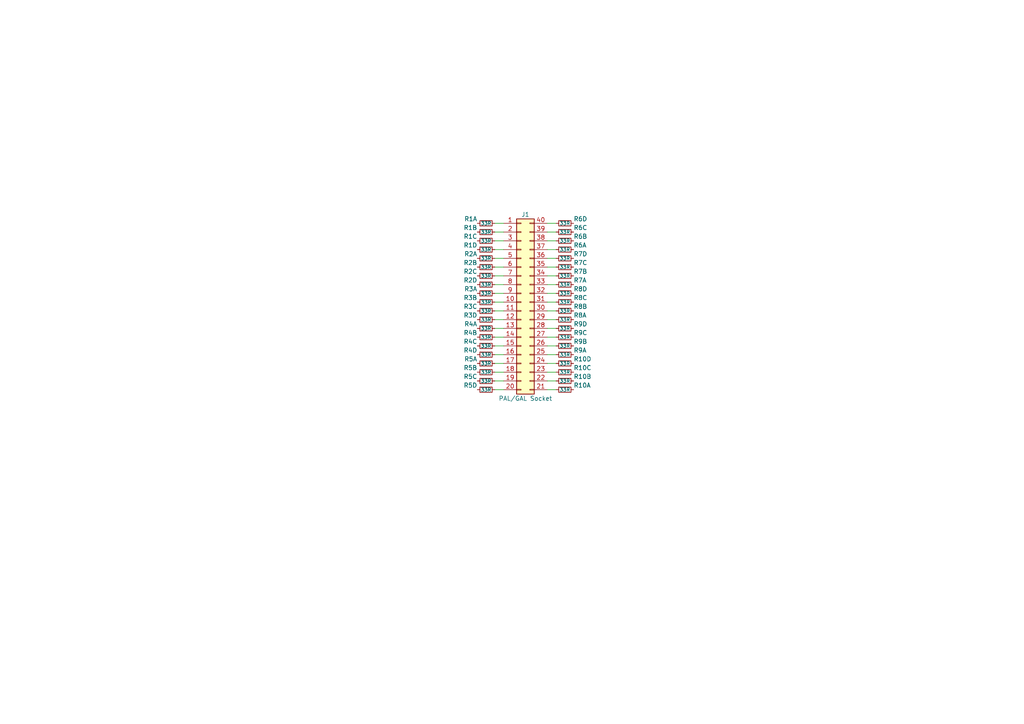
<source format=kicad_sch>
(kicad_sch (version 20211123) (generator eeschema)
  (paper "A4")
  (lib_symbols
    (symbol "Connector_Generic:Conn_02x20_Counter_Clockwise" (pin_names (offset 1.016) hide)
      (property "Reference" "J" (at 1.27 25.4 0))
      (property "Value" "Conn_02x20_Counter_Clockwise" (at 1.27 -27.94 0))
      (symbol "Conn_02x20_Counter_Clockwise_1_1"
        (rectangle (start -1.27 -25.273) (end 0 -25.527) (stroke (width 0.1524)))
        (rectangle (start -1.27 -22.733) (end 0 -22.987) (stroke (width 0.1524)))
        (rectangle (start -1.27 -20.193) (end 0 -20.447) (stroke (width 0.1524)))
        (rectangle (start -1.27 -17.653) (end 0 -17.907) (stroke (width 0.1524)))
        (rectangle (start -1.27 -15.113) (end 0 -15.367) (stroke (width 0.1524)))
        (rectangle (start -1.27 -12.573) (end 0 -12.827) (stroke (width 0.1524)))
        (rectangle (start -1.27 -10.033) (end 0 -10.287) (stroke (width 0.1524)))
        (rectangle (start -1.27 -7.493) (end 0 -7.747) (stroke (width 0.1524)))
        (rectangle (start -1.27 -4.953) (end 0 -5.207) (stroke (width 0.1524)))
        (rectangle (start -1.27 -2.413) (end 0 -2.667) (stroke (width 0.1524)))
        (rectangle (start -1.27 0.127) (end 0 -0.127) (stroke (width 0.1524)))
        (rectangle (start -1.27 2.667) (end 0 2.413) (stroke (width 0.1524)))
        (rectangle (start -1.27 5.207) (end 0 4.953) (stroke (width 0.1524)))
        (rectangle (start -1.27 7.747) (end 0 7.493) (stroke (width 0.1524)))
        (rectangle (start -1.27 10.287) (end 0 10.033) (stroke (width 0.1524)))
        (rectangle (start -1.27 12.827) (end 0 12.573) (stroke (width 0.1524)))
        (rectangle (start -1.27 15.367) (end 0 15.113) (stroke (width 0.1524)))
        (rectangle (start -1.27 17.907) (end 0 17.653) (stroke (width 0.1524)))
        (rectangle (start -1.27 20.447) (end 0 20.193) (stroke (width 0.1524)))
        (rectangle (start -1.27 22.987) (end 0 22.733) (stroke (width 0.1524)))
        (rectangle (start -1.27 24.13) (end 3.81 -26.67) (stroke (width 0.254)) (fill (type background)))
        (rectangle (start 3.81 -25.273) (end 2.54 -25.527) (stroke (width 0.1524)))
        (rectangle (start 3.81 -22.733) (end 2.54 -22.987) (stroke (width 0.1524)))
        (rectangle (start 3.81 -20.193) (end 2.54 -20.447) (stroke (width 0.1524)))
        (rectangle (start 3.81 -17.653) (end 2.54 -17.907) (stroke (width 0.1524)))
        (rectangle (start 3.81 -15.113) (end 2.54 -15.367) (stroke (width 0.1524)))
        (rectangle (start 3.81 -12.573) (end 2.54 -12.827) (stroke (width 0.1524)))
        (rectangle (start 3.81 -10.033) (end 2.54 -10.287) (stroke (width 0.1524)))
        (rectangle (start 3.81 -7.493) (end 2.54 -7.747) (stroke (width 0.1524)))
        (rectangle (start 3.81 -4.953) (end 2.54 -5.207) (stroke (width 0.1524)))
        (rectangle (start 3.81 -2.413) (end 2.54 -2.667) (stroke (width 0.1524)))
        (rectangle (start 3.81 0.127) (end 2.54 -0.127) (stroke (width 0.1524)))
        (rectangle (start 3.81 2.667) (end 2.54 2.413) (stroke (width 0.1524)))
        (rectangle (start 3.81 5.207) (end 2.54 4.953) (stroke (width 0.1524)))
        (rectangle (start 3.81 7.747) (end 2.54 7.493) (stroke (width 0.1524)))
        (rectangle (start 3.81 10.287) (end 2.54 10.033) (stroke (width 0.1524)))
        (rectangle (start 3.81 12.827) (end 2.54 12.573) (stroke (width 0.1524)))
        (rectangle (start 3.81 15.367) (end 2.54 15.113) (stroke (width 0.1524)))
        (rectangle (start 3.81 17.907) (end 2.54 17.653) (stroke (width 0.1524)))
        (rectangle (start 3.81 20.447) (end 2.54 20.193) (stroke (width 0.1524)))
        (rectangle (start 3.81 22.987) (end 2.54 22.733) (stroke (width 0.1524)))
        (pin passive line (at -5.08 22.86 0) (length 3.81) (name "Pin_1") (number "1"))
        (pin passive line (at -5.08 0 0) (length 3.81) (name "Pin_10") (number "10"))
        (pin passive line (at -5.08 -2.54 0) (length 3.81) (name "Pin_11") (number "11"))
        (pin passive line (at -5.08 -5.08 0) (length 3.81) (name "Pin_12") (number "12"))
        (pin passive line (at -5.08 -7.62 0) (length 3.81) (name "Pin_13") (number "13"))
        (pin passive line (at -5.08 -10.16 0) (length 3.81) (name "Pin_14") (number "14"))
        (pin passive line (at -5.08 -12.7 0) (length 3.81) (name "Pin_15") (number "15"))
        (pin passive line (at -5.08 -15.24 0) (length 3.81) (name "Pin_16") (number "16"))
        (pin passive line (at -5.08 -17.78 0) (length 3.81) (name "Pin_17") (number "17"))
        (pin passive line (at -5.08 -20.32 0) (length 3.81) (name "Pin_18") (number "18"))
        (pin passive line (at -5.08 -22.86 0) (length 3.81) (name "Pin_19") (number "19"))
        (pin passive line (at -5.08 20.32 0) (length 3.81) (name "Pin_2") (number "2"))
        (pin passive line (at -5.08 -25.4 0) (length 3.81) (name "Pin_20") (number "20"))
        (pin passive line (at 7.62 -25.4 180) (length 3.81) (name "Pin_21") (number "21"))
        (pin passive line (at 7.62 -22.86 180) (length 3.81) (name "Pin_22") (number "22"))
        (pin passive line (at 7.62 -20.32 180) (length 3.81) (name "Pin_23") (number "23"))
        (pin passive line (at 7.62 -17.78 180) (length 3.81) (name "Pin_24") (number "24"))
        (pin passive line (at 7.62 -15.24 180) (length 3.81) (name "Pin_25") (number "25"))
        (pin passive line (at 7.62 -12.7 180) (length 3.81) (name "Pin_26") (number "26"))
        (pin passive line (at 7.62 -10.16 180) (length 3.81) (name "Pin_27") (number "27"))
        (pin passive line (at 7.62 -7.62 180) (length 3.81) (name "Pin_28") (number "28"))
        (pin passive line (at 7.62 -5.08 180) (length 3.81) (name "Pin_29") (number "29"))
        (pin passive line (at -5.08 17.78 0) (length 3.81) (name "Pin_3") (number "3"))
        (pin passive line (at 7.62 -2.54 180) (length 3.81) (name "Pin_30") (number "30"))
        (pin passive line (at 7.62 0 180) (length 3.81) (name "Pin_31") (number "31"))
        (pin passive line (at 7.62 2.54 180) (length 3.81) (name "Pin_32") (number "32"))
        (pin passive line (at 7.62 5.08 180) (length 3.81) (name "Pin_33") (number "33"))
        (pin passive line (at 7.62 7.62 180) (length 3.81) (name "Pin_34") (number "34"))
        (pin passive line (at 7.62 10.16 180) (length 3.81) (name "Pin_35") (number "35"))
        (pin passive line (at 7.62 12.7 180) (length 3.81) (name "Pin_36") (number "36"))
        (pin passive line (at 7.62 15.24 180) (length 3.81) (name "Pin_37") (number "37"))
        (pin passive line (at 7.62 17.78 180) (length 3.81) (name "Pin_38") (number "38"))
        (pin passive line (at 7.62 20.32 180) (length 3.81) (name "Pin_39") (number "39"))
        (pin passive line (at -5.08 15.24 0) (length 3.81) (name "Pin_4") (number "4"))
        (pin passive line (at 7.62 22.86 180) (length 3.81) (name "Pin_40") (number "40"))
        (pin passive line (at -5.08 12.7 0) (length 3.81) (name "Pin_5") (number "5"))
        (pin passive line (at -5.08 10.16 0) (length 3.81) (name "Pin_6") (number "6"))
        (pin passive line (at -5.08 7.62 0) (length 3.81) (name "Pin_7") (number "7"))
        (pin passive line (at -5.08 5.08 0) (length 3.81) (name "Pin_8") (number "8"))
        (pin passive line (at -5.08 2.54 0) (length 3.81) (name "Pin_9") (number "9"))
      )
    )
    (symbol "DX-MON:pkl_R4_Small" (pin_numbers hide) (pin_names (offset 0.254) hide)
      (property "Reference" "R" (at 0.762 0.508 0))
      (property "Value" "pkl_R4_Small" (at 0.762 -1.016 0))
      (symbol "pkl_R4_Small_0_1"
        (rectangle (start -0.762 1.778) (end 0.762 -1.778) (stroke (width 0.2032)))
      )
      (symbol "pkl_R4_Small_1_1"
        (pin passive line (at 0 2.54 270) (length 0.762) (name "~") (number "1"))
        (pin passive line (at 0 -2.54 90) (length 0.762) (name "~") (number "2"))
      )
      (symbol "pkl_R4_Small_2_1"
        (pin passive line (at 0 2.54 270) (length 0.762) (name "~") (number "3"))
        (pin passive line (at 0 -2.54 90) (length 0.762) (name "~") (number "4"))
      )
      (symbol "pkl_R4_Small_3_1"
        (pin passive line (at 0 2.54 270) (length 0.762) (name "~") (number "5"))
        (pin passive line (at 0 -2.54 90) (length 0.762) (name "~") (number "6"))
      )
      (symbol "pkl_R4_Small_4_1"
        (pin passive line (at 0 2.54 270) (length 0.762) (name "~") (number "7"))
        (pin passive line (at 0 -2.54 90) (length 0.762) (name "~") (number "8"))
      )
    )
  )
  (wire (pts (xy 143.51 85.09) (xy 146.05 85.09)))
  (wire (pts (xy 161.29 107.95) (xy 158.75 107.95)))
  (wire (pts (xy 158.75 80.01) (xy 161.29 80.01)))
  (wire (pts (xy 146.05 107.95) (xy 143.51 107.95)))
  (wire (pts (xy 143.51 64.77) (xy 146.05 64.77)))
  (wire (pts (xy 146.05 67.31) (xy 143.51 67.31)))
  (wire (pts (xy 158.75 90.17) (xy 161.29 90.17)))
  (wire (pts (xy 143.51 80.01) (xy 146.05 80.01)))
  (wire (pts (xy 158.75 69.85) (xy 161.29 69.85)))
  (wire (pts (xy 143.51 100.33) (xy 146.05 100.33)))
  (wire (pts (xy 143.51 105.41) (xy 146.05 105.41)))
  (wire (pts (xy 158.75 95.25) (xy 161.29 95.25)))
  (wire (pts (xy 146.05 102.87) (xy 143.51 102.87)))
  (wire (pts (xy 143.51 69.85) (xy 146.05 69.85)))
  (wire (pts (xy 146.05 82.55) (xy 143.51 82.55)))
  (wire (pts (xy 146.05 77.47) (xy 143.51 77.47)))
  (wire (pts (xy 146.05 113.03) (xy 143.51 113.03)))
  (wire (pts (xy 143.51 74.93) (xy 146.05 74.93)))
  (wire (pts (xy 161.29 113.03) (xy 158.75 113.03)))
  (wire (pts (xy 146.05 87.63) (xy 143.51 87.63)))
  (wire (pts (xy 146.05 72.39) (xy 143.51 72.39)))
  (wire (pts (xy 158.75 85.09) (xy 161.29 85.09)))
  (wire (pts (xy 143.51 110.49) (xy 146.05 110.49)))
  (wire (pts (xy 158.75 64.77) (xy 161.29 64.77)))
  (wire (pts (xy 158.75 100.33) (xy 161.29 100.33)))
  (wire (pts (xy 158.75 110.49) (xy 161.29 110.49)))
  (wire (pts (xy 161.29 87.63) (xy 158.75 87.63)))
  (wire (pts (xy 161.29 102.87) (xy 158.75 102.87)))
  (wire (pts (xy 161.29 97.79) (xy 158.75 97.79)))
  (wire (pts (xy 161.29 77.47) (xy 158.75 77.47)))
  (wire (pts (xy 158.75 74.93) (xy 161.29 74.93)))
  (wire (pts (xy 161.29 92.71) (xy 158.75 92.71)))
  (wire (pts (xy 146.05 97.79) (xy 143.51 97.79)))
  (wire (pts (xy 161.29 67.31) (xy 158.75 67.31)))
  (wire (pts (xy 158.75 105.41) (xy 161.29 105.41)))
  (wire (pts (xy 143.51 95.25) (xy 146.05 95.25)))
  (wire (pts (xy 161.29 72.39) (xy 158.75 72.39)))
  (wire (pts (xy 161.29 82.55) (xy 158.75 82.55)))
  (wire (pts (xy 143.51 90.17) (xy 146.05 90.17)))
  (wire (pts (xy 146.05 92.71) (xy 143.51 92.71)))
  (symbol (lib_id "Connector_Generic:Conn_02x20_Counter_Clockwise") (at 151.13 87.63 0) (unit 1)
    (property "Reference" "J1" (at 152.4 62.23 0))
    (property "Value" "PAL/GAL Socket" (at 152.4 115.57 0))
  )
  (symbol (lib_id "DX-MON:pkl_R4_Small") (at 140.97 85.09 90) (unit 1)
    (property "Reference" "R3" (at 138.43 83.82 90) (effects (justify left)))
    (property "Value" "33R" (at 140.97 85.09 90) (effects (font (size 1.016 1.016))))
    (property "Footprint" "rhais_rcl:R0603_Array_Concave_4" (effects hide))
  )
  (symbol (lib_id "DX-MON:pkl_R4_Small") (at 140.97 92.71 90) (unit 4)
    (property "Reference" "R3" (at 138.43 91.44 90) (effects (justify left)))
    (property "Value" "33R" (at 140.97 92.71 90) (effects (font (size 1.016 1.016))))
    (property "Footprint" "rhais_rcl:R0603_Array_Concave_4" (effects hide))
  )
  (symbol (lib_id "DX-MON:pkl_R4_Small") (at 140.97 113.03 90) (unit 4)
    (property "Reference" "R5" (at 138.43 111.76 90) (effects (justify left)))
    (property "Value" "33R" (at 140.97 113.03 90) (effects (font (size 1.016 1.016))))
    (property "Footprint" "rhais_rcl:R0603_Array_Concave_4" (effects hide))
  )
  (symbol (lib_id "DX-MON:pkl_R4_Small") (at 140.97 110.49 90) (unit 3)
    (property "Reference" "R5" (at 138.43 109.22 90) (effects (justify left)))
    (property "Value" "33R" (at 140.97 110.49 90) (effects (font (size 1.016 1.016))))
    (property "Footprint" "rhais_rcl:R0603_Array_Concave_4" (effects hide))
  )
  (symbol (lib_id "DX-MON:pkl_R4_Small") (at 163.83 113.03 270) (unit 1)
    (property "Reference" "R10" (at 166.37 111.76 90) (effects (justify left)))
    (property "Value" "33R" (at 163.83 113.03 90) (effects (font (size 1.016 1.016))))
    (property "Footprint" "rhais_rcl:R0603_Array_Concave_4" (effects hide))
  )
  (symbol (lib_id "DX-MON:pkl_R4_Small") (at 140.97 64.77 90) (unit 1)
    (property "Reference" "R1" (at 138.43 63.5 90) (effects (justify left)))
    (property "Value" "33R" (at 140.97 64.77 90) (effects (font (size 1.016 1.016))))
    (property "Footprint" "rhais_rcl:R0603_Array_Concave_4" (effects hide))
  )
  (symbol (lib_id "DX-MON:pkl_R4_Small") (at 140.97 67.31 90) (unit 2)
    (property "Reference" "R1" (at 138.43 66.04 90) (effects (justify left)))
    (property "Value" "33R" (at 140.97 67.31 90) (effects (font (size 1.016 1.016))))
    (property "Footprint" "rhais_rcl:R0603_Array_Concave_4" (effects hide))
  )
  (symbol (lib_id "DX-MON:pkl_R4_Small") (at 140.97 97.79 90) (unit 2)
    (property "Reference" "R4" (at 138.43 96.52 90) (effects (justify left)))
    (property "Value" "33R" (at 140.97 97.79 90) (effects (font (size 1.016 1.016))))
    (property "Footprint" "rhais_rcl:R0603_Array_Concave_4" (effects hide))
  )
  (symbol (lib_id "DX-MON:pkl_R4_Small") (at 140.97 82.55 90) (unit 4)
    (property "Reference" "R2" (at 138.43 81.28 90) (effects (justify left)))
    (property "Value" "33R" (at 140.97 82.55 90) (effects (font (size 1.016 1.016))))
    (property "Footprint" "rhais_rcl:R0603_Array_Concave_4" (effects hide))
  )
  (symbol (lib_id "DX-MON:pkl_R4_Small") (at 163.83 105.41 270) (unit 4)
    (property "Reference" "R10" (at 166.37 104.14 90) (effects (justify left)))
    (property "Value" "33R" (at 163.83 105.41 90) (effects (font (size 1.016 1.016))))
    (property "Footprint" "rhais_rcl:R0603_Array_Concave_4" (effects hide))
  )
  (symbol (lib_id "DX-MON:pkl_R4_Small") (at 163.83 107.95 270) (unit 3)
    (property "Reference" "R10" (at 166.37 106.68 90) (effects (justify left)))
    (property "Value" "33R" (at 163.83 107.95 90) (effects (font (size 1.016 1.016))))
    (property "Footprint" "rhais_rcl:R0603_Array_Concave_4" (effects hide))
  )
  (symbol (lib_id "DX-MON:pkl_R4_Small") (at 140.97 90.17 90) (unit 3)
    (property "Reference" "R3" (at 138.43 88.9 90) (effects (justify left)))
    (property "Value" "33R" (at 140.97 90.17 90) (effects (font (size 1.016 1.016))))
    (property "Footprint" "rhais_rcl:R0603_Array_Concave_4" (effects hide))
  )
  (symbol (lib_id "DX-MON:pkl_R4_Small") (at 163.83 64.77 270) (unit 4)
    (property "Reference" "R6" (at 166.37 63.5 90) (effects (justify left)))
    (property "Value" "33R" (at 163.83 64.77 90) (effects (font (size 1.016 1.016))))
    (property "Footprint" "rhais_rcl:R0603_Array_Concave_4" (effects hide))
  )
  (symbol (lib_id "DX-MON:pkl_R4_Small") (at 163.83 85.09 270) (unit 4)
    (property "Reference" "R8" (at 166.37 83.82 90) (effects (justify left)))
    (property "Value" "33R" (at 163.83 85.09 90) (effects (font (size 1.016 1.016))))
    (property "Footprint" "rhais_rcl:R0603_Array_Concave_4" (effects hide))
  )
  (symbol (lib_id "DX-MON:pkl_R4_Small") (at 140.97 100.33 90) (unit 3)
    (property "Reference" "R4" (at 138.43 99.06 90) (effects (justify left)))
    (property "Value" "33R" (at 140.97 100.33 90) (effects (font (size 1.016 1.016))))
    (property "Footprint" "rhais_rcl:R0603_Array_Concave_4" (effects hide))
  )
  (symbol (lib_id "DX-MON:pkl_R4_Small") (at 163.83 95.25 270) (unit 4)
    (property "Reference" "R9" (at 166.37 93.98 90) (effects (justify left)))
    (property "Value" "33R" (at 163.83 95.25 90) (effects (font (size 1.016 1.016))))
    (property "Footprint" "rhais_rcl:R0603_Array_Concave_4" (effects hide))
  )
  (symbol (lib_id "DX-MON:pkl_R4_Small") (at 163.83 110.49 270) (unit 2)
    (property "Reference" "R10" (at 166.37 109.22 90) (effects (justify left)))
    (property "Value" "33R" (at 163.83 110.49 90) (effects (font (size 1.016 1.016))))
    (property "Footprint" "rhais_rcl:R0603_Array_Concave_4" (effects hide))
  )
  (symbol (lib_id "DX-MON:pkl_R4_Small") (at 140.97 105.41 90) (unit 1)
    (property "Reference" "R5" (at 138.43 104.14 90) (effects (justify left)))
    (property "Value" "33R" (at 140.97 105.41 90) (effects (font (size 1.016 1.016))))
    (property "Footprint" "rhais_rcl:R0603_Array_Concave_4" (effects hide))
  )
  (symbol (lib_id "DX-MON:pkl_R4_Small") (at 163.83 72.39 270) (unit 1)
    (property "Reference" "R6" (at 166.37 71.12 90) (effects (justify left)))
    (property "Value" "33R" (at 163.83 72.39 90) (effects (font (size 1.016 1.016))))
    (property "Footprint" "rhais_rcl:R0603_Array_Concave_4" (effects hide))
  )
  (symbol (lib_id "DX-MON:pkl_R4_Small") (at 163.83 100.33 270) (unit 2)
    (property "Reference" "R9" (at 166.37 99.06 90) (effects (justify left)))
    (property "Value" "33R" (at 163.83 100.33 90) (effects (font (size 1.016 1.016))))
    (property "Footprint" "rhais_rcl:R0603_Array_Concave_4" (effects hide))
  )
  (symbol (lib_id "DX-MON:pkl_R4_Small") (at 140.97 72.39 90) (unit 4)
    (property "Reference" "R1" (at 138.43 71.12 90) (effects (justify left)))
    (property "Value" "33R" (at 140.97 72.39 90) (effects (font (size 1.016 1.016))))
    (property "Footprint" "rhais_rcl:R0603_Array_Concave_4" (effects hide))
  )
  (symbol (lib_id "DX-MON:pkl_R4_Small") (at 140.97 87.63 90) (unit 2)
    (property "Reference" "R3" (at 138.43 86.36 90) (effects (justify left)))
    (property "Value" "33R" (at 140.97 87.63 90) (effects (font (size 1.016 1.016))))
    (property "Footprint" "rhais_rcl:R0603_Array_Concave_4" (effects hide))
  )
  (symbol (lib_id "DX-MON:pkl_R4_Small") (at 140.97 102.87 90) (unit 4)
    (property "Reference" "R4" (at 138.43 101.6 90) (effects (justify left)))
    (property "Value" "33R" (at 140.97 102.87 90) (effects (font (size 1.016 1.016))))
    (property "Footprint" "rhais_rcl:R0603_Array_Concave_4" (effects hide))
  )
  (symbol (lib_id "DX-MON:pkl_R4_Small") (at 163.83 102.87 270) (unit 1)
    (property "Reference" "R9" (at 166.37 101.6 90) (effects (justify left)))
    (property "Value" "33R" (at 163.83 102.87 90) (effects (font (size 1.016 1.016))))
    (property "Footprint" "rhais_rcl:R0603_Array_Concave_4" (effects hide))
  )
  (symbol (lib_id "DX-MON:pkl_R4_Small") (at 140.97 95.25 90) (unit 1)
    (property "Reference" "R4" (at 138.43 93.98 90) (effects (justify left)))
    (property "Value" "33R" (at 140.97 95.25 90) (effects (font (size 1.016 1.016))))
    (property "Footprint" "rhais_rcl:R0603_Array_Concave_4" (effects hide))
  )
  (symbol (lib_id "DX-MON:pkl_R4_Small") (at 140.97 74.93 90) (unit 1)
    (property "Reference" "R2" (at 138.43 73.66 90) (effects (justify left)))
    (property "Value" "33R" (at 140.97 74.93 90) (effects (font (size 1.016 1.016))))
    (property "Footprint" "rhais_rcl:R0603_Array_Concave_4" (effects hide))
  )
  (symbol (lib_id "DX-MON:pkl_R4_Small") (at 163.83 87.63 270) (unit 3)
    (property "Reference" "R8" (at 166.37 86.36 90) (effects (justify left)))
    (property "Value" "33R" (at 163.83 87.63 90) (effects (font (size 1.016 1.016))))
    (property "Footprint" "rhais_rcl:R0603_Array_Concave_4" (effects hide))
  )
  (symbol (lib_id "DX-MON:pkl_R4_Small") (at 163.83 97.79 270) (unit 3)
    (property "Reference" "R9" (at 166.37 96.52 90) (effects (justify left)))
    (property "Value" "33R" (at 163.83 97.79 90) (effects (font (size 1.016 1.016))))
    (property "Footprint" "rhais_rcl:R0603_Array_Concave_4" (effects hide))
  )
  (symbol (lib_id "DX-MON:pkl_R4_Small") (at 163.83 74.93 270) (unit 4)
    (property "Reference" "R7" (at 166.37 73.66 90) (effects (justify left)))
    (property "Value" "33R" (at 163.83 74.93 90) (effects (font (size 1.016 1.016))))
    (property "Footprint" "rhais_rcl:R0603_Array_Concave_4" (effects hide))
  )
  (symbol (lib_id "DX-MON:pkl_R4_Small") (at 163.83 69.85 270) (unit 2)
    (property "Reference" "R6" (at 166.37 68.58 90) (effects (justify left)))
    (property "Value" "33R" (at 163.83 69.85 90) (effects (font (size 1.016 1.016))))
    (property "Footprint" "rhais_rcl:R0603_Array_Concave_4" (effects hide))
  )
  (symbol (lib_id "DX-MON:pkl_R4_Small") (at 163.83 90.17 270) (unit 2)
    (property "Reference" "R8" (at 166.37 88.9 90) (effects (justify left)))
    (property "Value" "33R" (at 163.83 90.17 90) (effects (font (size 1.016 1.016))))
    (property "Footprint" "rhais_rcl:R0603_Array_Concave_4" (effects hide))
  )
  (symbol (lib_id "DX-MON:pkl_R4_Small") (at 140.97 80.01 90) (unit 3)
    (property "Reference" "R2" (at 138.43 78.74 90) (effects (justify left)))
    (property "Value" "33R" (at 140.97 80.01 90) (effects (font (size 1.016 1.016))))
    (property "Footprint" "rhais_rcl:R0603_Array_Concave_4" (effects hide))
  )
  (symbol (lib_id "DX-MON:pkl_R4_Small") (at 163.83 67.31 270) (unit 3)
    (property "Reference" "R6" (at 166.37 66.04 90) (effects (justify left)))
    (property "Value" "33R" (at 163.83 67.31 90) (effects (font (size 1.016 1.016))))
    (property "Footprint" "rhais_rcl:R0603_Array_Concave_4" (effects hide))
  )
  (symbol (lib_id "DX-MON:pkl_R4_Small") (at 163.83 82.55 270) (unit 1)
    (property "Reference" "R7" (at 166.37 81.28 90) (effects (justify left)))
    (property "Value" "33R" (at 163.83 82.55 90) (effects (font (size 1.016 1.016))))
    (property "Footprint" "rhais_rcl:R0603_Array_Concave_4" (effects hide))
  )
  (symbol (lib_id "DX-MON:pkl_R4_Small") (at 163.83 80.01 270) (unit 2)
    (property "Reference" "R7" (at 166.37 78.74 90) (effects (justify left)))
    (property "Value" "33R" (at 163.83 80.01 90) (effects (font (size 1.016 1.016))))
    (property "Footprint" "rhais_rcl:R0603_Array_Concave_4" (effects hide))
  )
  (symbol (lib_id "DX-MON:pkl_R4_Small") (at 140.97 69.85 90) (unit 3)
    (property "Reference" "R1" (at 138.43 68.58 90) (effects (justify left)))
    (property "Value" "33R" (at 140.97 69.85 90) (effects (font (size 1.016 1.016))))
    (property "Footprint" "rhais_rcl:R0603_Array_Concave_4" (effects hide))
  )
  (symbol (lib_id "DX-MON:pkl_R4_Small") (at 163.83 92.71 270) (unit 1)
    (property "Reference" "R8" (at 166.37 91.44 90) (effects (justify left)))
    (property "Value" "33R" (at 163.83 92.71 90) (effects (font (size 1.016 1.016))))
    (property "Footprint" "rhais_rcl:R0603_Array_Concave_4" (effects hide))
  )
  (symbol (lib_id "DX-MON:pkl_R4_Small") (at 140.97 77.47 90) (unit 2)
    (property "Reference" "R2" (at 138.43 76.2 90) (effects (justify left)))
    (property "Value" "33R" (at 140.97 77.47 90) (effects (font (size 1.016 1.016))))
    (property "Footprint" "rhais_rcl:R0603_Array_Concave_4" (effects hide))
  )
  (symbol (lib_id "DX-MON:pkl_R4_Small") (at 163.83 77.47 270) (unit 3)
    (property "Reference" "R7" (at 166.37 76.2 90) (effects (justify left)))
    (property "Value" "33R" (at 163.83 77.47 90) (effects (font (size 1.016 1.016))))
    (property "Footprint" "rhais_rcl:R0603_Array_Concave_4" (effects hide))
  )
  (symbol (lib_id "DX-MON:pkl_R4_Small") (at 140.97 107.95 90) (unit 2)
    (property "Reference" "R5" (at 138.43 106.68 90) (effects (justify left)))
    (property "Value" "33R" (at 140.97 107.95 90) (effects (font (size 1.016 1.016))))
    (property "Footprint" "rhais_rcl:R0603_Array_Concave_4" (effects hide))
  )
)
</source>
